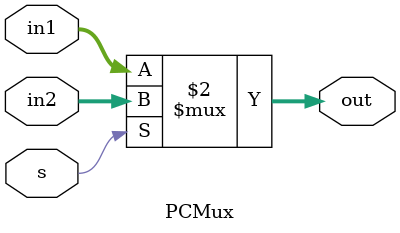
<source format=v>
`timescale 1ns / 1ps

module PCMux(s, in1, in2, out);
    input wire s;
    input wire [31:0] in1;
    input wire [31:0] in2;
    output wire [31:0] out;

    assign out = (~s) ? in1 : in2;
endmodule

</source>
